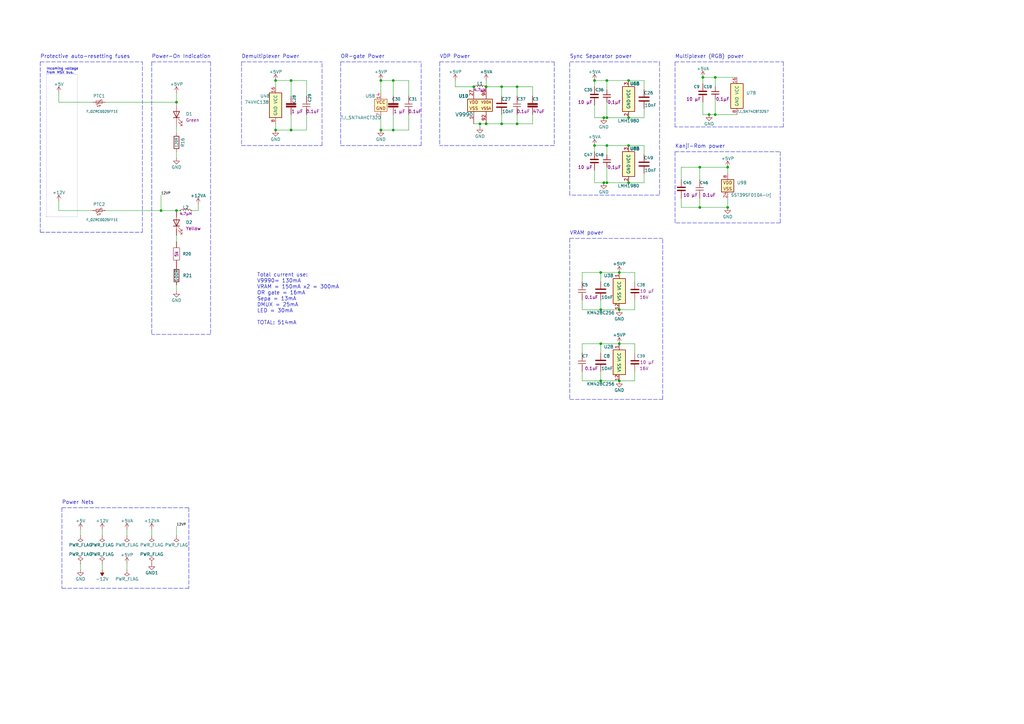
<source format=kicad_sch>
(kicad_sch (version 20211123) (generator eeschema)
  (paper "A3")
  (title_block (title "TRH9000D") (date "2022-08-04") (rev "AA") (company "The Retro Hacker") (comment 2 "Shared under CERN-OHL-S license") (comment 3 "TRH9000 - Open Source MSX Graphics Card based on the Yamaha V9990") (comment 4 "Designed  by: Cristiano Goncalves, Doomn00b, SD_Snatcher"))
  (junction (at 288.29 31.75))
  (junction (at 161.29 53.34))
  (junction (at 113.03 53.34))
  (junction (at 156.21 53.34))
  (junction (at 194.31 35.56))
  (junction (at 199.39 50.8))
  (junction (at 113.03 33.02))
  (junction (at 196.85 50.8))
  (junction (at 212.09 50.8))
  (junction (at 205.74 35.56))
  (junction (at 119.38 53.34))
  (junction (at 72.39 41.91))
  (junction (at 254 111.76))
  (junction (at 254 140.97))
  (junction (at 257.81 48.26))
  (junction (at 247.65 74.93))
  (junction (at 246.38 127))
  (junction (at 293.37 46.99))
  (junction (at 298.45 68.58))
  (junction (at 199.39 35.56))
  (junction (at 205.74 50.8))
  (junction (at 66.04 86.36))
  (junction (at 254 156.21))
  (junction (at 248.92 74.93))
  (junction (at 72.39 86.36))
  (junction (at 290.83 46.99))
  (junction (at 287.02 68.58))
  (junction (at 257.81 74.93))
  (junction (at 248.92 33.02))
  (junction (at 246.38 156.21))
  (junction (at 248.92 59.69))
  (junction (at 298.45 85.09))
  (junction (at 257.81 59.69))
  (junction (at 243.84 59.69))
  (junction (at 293.37 31.75))
  (junction (at 212.09 35.56))
  (junction (at 161.29 33.02))
  (junction (at 243.84 33.02))
  (junction (at 254 127))
  (junction (at 119.38 33.02))
  (junction (at 246.38 111.76))
  (junction (at 287.02 85.09))
  (junction (at 246.38 140.97))
  (junction (at 247.65 48.26))
  (junction (at 257.81 33.02))
  (junction (at 248.92 48.26))
  (junction (at 156.21 33.02))
  (polyline (pts (xy 16.51 95.25) (xy 58.42 95.25)))
  (wire (pts (xy 196.85 52.07) (xy 196.85 50.8)))
  (wire (pts (xy 119.38 33.02) (xy 113.03 33.02)))
  (wire (pts (xy 287.02 68.58) (xy 287.02 73.66)))
  (wire (pts (xy 81.28 83.82) (xy 81.28 86.36)))
  (wire (pts (xy 196.85 50.8) (xy 194.31 50.8)))
  (wire (pts (xy 238.76 127) (xy 246.38 127)))
  (wire (pts (xy 246.38 111.76) (xy 254 111.76)))
  (wire (pts (xy 24.13 38.1) (xy 24.13 41.91)))
  (polyline (pts (xy 99.06 59.69) (xy 132.08 59.69)))
  (wire (pts (xy 72.39 54.61) (xy 72.39 52.07)))
  (polyline (pts (xy 276.86 62.23) (xy 320.04 62.23)))
  (polyline (pts (xy 321.31 25.4) (xy 321.31 52.07)))
  (wire (pts (xy 248.92 74.93) (xy 247.65 74.93)))
  (polyline (pts (xy 233.68 25.4) (xy 270.51 25.4)))
  (wire (pts (xy 264.16 74.93) (xy 264.16 71.12)))
  (wire (pts (xy 264.16 33.02) (xy 264.16 36.83)))
  (wire (pts (xy 257.81 33.02) (xy 264.16 33.02)))
  (wire (pts (xy 248.92 74.93) (xy 257.81 74.93)))
  (wire (pts (xy 293.37 31.75) (xy 302.26 31.75)))
  (wire (pts (xy 238.76 140.97) (xy 238.76 144.78)))
  (wire (pts (xy 246.38 144.78) (xy 246.38 140.97)))
  (polyline (pts (xy 19.05 88.9) (xy 31.75 88.9)) (stroke (width 0) (type dot)))
  (wire (pts (xy 66.04 80.01) (xy 66.04 86.36)))
  (wire (pts (xy 72.39 116.84) (xy 72.39 119.38)))
  (wire (pts (xy 293.37 46.99) (xy 302.26 46.99)))
  (polyline (pts (xy 139.7 59.69) (xy 172.72 59.69)))
  (wire (pts (xy 72.39 86.36) (xy 73.66 86.36)))
  (wire (pts (xy 212.09 50.8) (xy 218.44 50.8)))
  (wire (pts (xy 257.81 74.93) (xy 264.16 74.93)))
  (wire (pts (xy 298.45 81.28) (xy 298.45 85.09)))
  (wire (pts (xy 167.64 53.34) (xy 161.29 53.34)))
  (polyline (pts (xy 19.05 30.48) (xy 31.75 30.48)) (stroke (width 0) (type dot)))
  (wire (pts (xy 288.29 46.99) (xy 290.83 46.99)))
  (wire (pts (xy 243.84 33.02) (xy 248.92 33.02)))
  (polyline (pts (xy 77.47 208.28) (xy 77.47 241.3)))
  (polyline (pts (xy 86.36 137.16) (xy 62.23 137.16)))
  (wire (pts (xy 119.38 39.37) (xy 119.38 33.02)))
  (wire (pts (xy 33.02 217.17) (xy 33.02 219.71)))
  (wire (pts (xy 156.21 33.02) (xy 156.21 38.1)))
  (wire (pts (xy 238.76 127) (xy 238.76 123.19)))
  (wire (pts (xy 246.38 156.21) (xy 254 156.21)))
  (polyline (pts (xy 227.33 25.4) (xy 227.33 59.69)))
  (wire (pts (xy 243.84 48.26) (xy 247.65 48.26)))
  (wire (pts (xy 246.38 115.57) (xy 246.38 111.76)))
  (wire (pts (xy 248.92 48.26) (xy 257.81 48.26)))
  (wire (pts (xy 279.4 85.09) (xy 287.02 85.09)))
  (polyline (pts (xy 233.68 163.83) (xy 271.78 163.83)))
  (wire (pts (xy 254 127) (xy 260.35 127)))
  (wire (pts (xy 218.44 46.99) (xy 218.44 50.8)))
  (wire (pts (xy 288.29 31.75) (xy 288.29 34.29)))
  (wire (pts (xy 212.09 39.37) (xy 212.09 35.56)))
  (wire (pts (xy 243.84 59.69) (xy 248.92 59.69)))
  (wire (pts (xy 212.09 46.99) (xy 212.09 50.8)))
  (polyline (pts (xy 16.51 25.4) (xy 16.51 95.25)))
  (wire (pts (xy 298.45 68.58) (xy 298.45 71.12)))
  (wire (pts (xy 246.38 152.4) (xy 246.38 156.21)))
  (wire (pts (xy 24.13 86.36) (xy 38.1 86.36)))
  (wire (pts (xy 161.29 33.02) (xy 161.29 39.37)))
  (wire (pts (xy 254 156.21) (xy 260.35 156.21)))
  (wire (pts (xy 38.1 41.91) (xy 24.13 41.91)))
  (wire (pts (xy 238.76 111.76) (xy 246.38 111.76)))
  (wire (pts (xy 125.73 39.37) (xy 125.73 33.02)))
  (polyline (pts (xy 132.08 59.69) (xy 132.08 25.4)))
  (wire (pts (xy 257.81 48.26) (xy 264.16 48.26)))
  (wire (pts (xy 72.39 38.1) (xy 72.39 41.91)))
  (wire (pts (xy 293.37 40.64) (xy 293.37 46.99)))
  (wire (pts (xy 212.09 35.56) (xy 218.44 35.56)))
  (wire (pts (xy 287.02 81.28) (xy 287.02 85.09)))
  (wire (pts (xy 125.73 46.99) (xy 125.73 53.34)))
  (polyline (pts (xy 321.31 52.07) (xy 276.86 52.07)))
  (polyline (pts (xy 320.04 62.23) (xy 320.04 91.44)))
  (polyline (pts (xy 58.42 95.25) (xy 58.42 25.4)))
  (polyline (pts (xy 139.7 25.4) (xy 172.72 25.4)))
  (wire (pts (xy 33.02 231.14) (xy 33.02 233.68)))
  (wire (pts (xy 246.38 123.19) (xy 246.38 127)))
  (wire (pts (xy 248.92 59.69) (xy 248.92 63.5)))
  (wire (pts (xy 205.74 46.99) (xy 205.74 50.8)))
  (wire (pts (xy 186.69 33.02) (xy 186.69 35.56)))
  (wire (pts (xy 260.35 144.78) (xy 260.35 140.97)))
  (polyline (pts (xy 227.33 59.69) (xy 180.34 59.69)))
  (polyline (pts (xy 233.68 80.01) (xy 233.68 25.4)))
  (wire (pts (xy 290.83 46.99) (xy 293.37 46.99)))
  (wire (pts (xy 167.64 39.37) (xy 167.64 33.02)))
  (wire (pts (xy 238.76 156.21) (xy 238.76 152.4)))
  (wire (pts (xy 238.76 156.21) (xy 246.38 156.21)))
  (wire (pts (xy 72.39 99.06) (xy 72.39 96.52)))
  (wire (pts (xy 260.35 115.57) (xy 260.35 111.76)))
  (wire (pts (xy 43.18 86.36) (xy 66.04 86.36)))
  (wire (pts (xy 243.84 33.02) (xy 243.84 35.56)))
  (polyline (pts (xy 62.23 25.4) (xy 62.23 137.16)))
  (wire (pts (xy 260.35 111.76) (xy 254 111.76)))
  (wire (pts (xy 279.4 81.28) (xy 279.4 85.09)))
  (polyline (pts (xy 180.34 25.4) (xy 227.33 25.4)))
  (polyline (pts (xy 271.78 163.83) (xy 271.78 97.79)))
  (wire (pts (xy 218.44 35.56) (xy 218.44 39.37)))
  (polyline (pts (xy 25.4 208.28) (xy 77.47 208.28)))
  (wire (pts (xy 72.39 62.23) (xy 72.39 64.77)))
  (wire (pts (xy 238.76 111.76) (xy 238.76 115.57)))
  (wire (pts (xy 243.84 69.85) (xy 243.84 74.93)))
  (wire (pts (xy 248.92 33.02) (xy 248.92 36.83)))
  (wire (pts (xy 257.81 59.69) (xy 264.16 59.69)))
  (wire (pts (xy 119.38 53.34) (xy 113.03 53.34)))
  (wire (pts (xy 41.91 217.17) (xy 41.91 219.71)))
  (wire (pts (xy 119.38 46.99) (xy 119.38 53.34)))
  (wire (pts (xy 248.92 48.26) (xy 247.65 48.26)))
  (polyline (pts (xy 270.51 80.01) (xy 233.68 80.01)))
  (wire (pts (xy 248.92 59.69) (xy 257.81 59.69)))
  (polyline (pts (xy 16.51 25.4) (xy 58.42 25.4)))
  (wire (pts (xy 43.18 41.91) (xy 72.39 41.91)))
  (polyline (pts (xy 320.04 91.44) (xy 276.86 91.44)))
  (wire (pts (xy 199.39 50.8) (xy 205.74 50.8)))
  (polyline (pts (xy 276.86 25.4) (xy 276.86 52.07)))
  (wire (pts (xy 288.29 31.75) (xy 293.37 31.75)))
  (wire (pts (xy 156.21 53.34) (xy 161.29 53.34)))
  (wire (pts (xy 243.84 74.93) (xy 247.65 74.93)))
  (wire (pts (xy 199.39 50.8) (xy 196.85 50.8)))
  (wire (pts (xy 52.07 217.17) (xy 52.07 219.71)))
  (polyline (pts (xy 86.36 25.4) (xy 86.36 137.16)))
  (wire (pts (xy 24.13 86.36) (xy 24.13 82.55)))
  (wire (pts (xy 113.03 33.02) (xy 113.03 35.56)))
  (wire (pts (xy 264.16 59.69) (xy 264.16 63.5)))
  (polyline (pts (xy 233.68 97.79) (xy 271.78 97.79)))
  (wire (pts (xy 260.35 140.97) (xy 254 140.97)))
  (wire (pts (xy 156.21 48.26) (xy 156.21 53.34)))
  (polyline (pts (xy 276.86 25.4) (xy 321.31 25.4)))
  (polyline (pts (xy 270.51 25.4) (xy 270.51 80.01)))
  (polyline (pts (xy 62.23 25.4) (xy 86.36 25.4)))
  (polyline (pts (xy 172.72 59.69) (xy 172.72 25.4)))
  (wire (pts (xy 205.74 39.37) (xy 205.74 35.56)))
  (wire (pts (xy 66.04 86.36) (xy 72.39 86.36)))
  (wire (pts (xy 279.4 73.66) (xy 279.4 68.58)))
  (polyline (pts (xy 19.05 30.48) (xy 19.05 88.9)) (stroke (width 0) (type dot)))
  (wire (pts (xy 243.84 59.69) (xy 243.84 62.23)))
  (polyline (pts (xy 99.06 25.4) (xy 99.06 59.69)))
  (wire (pts (xy 293.37 31.75) (xy 293.37 35.56)))
  (polyline (pts (xy 180.34 25.4) (xy 180.34 59.69)))
  (wire (pts (xy 205.74 50.8) (xy 212.09 50.8)))
  (wire (pts (xy 279.4 68.58) (xy 287.02 68.58)))
  (wire (pts (xy 167.64 33.02) (xy 161.29 33.02)))
  (wire (pts (xy 113.03 50.8) (xy 113.03 53.34)))
  (wire (pts (xy 248.92 68.58) (xy 248.92 74.93)))
  (wire (pts (xy 186.69 35.56) (xy 194.31 35.56)))
  (wire (pts (xy 62.23 217.17) (xy 62.23 219.71)))
  (wire (pts (xy 288.29 41.91) (xy 288.29 46.99)))
  (wire (pts (xy 287.02 85.09) (xy 298.45 85.09)))
  (wire (pts (xy 205.74 35.56) (xy 212.09 35.56)))
  (wire (pts (xy 41.91 231.14) (xy 41.91 233.68)))
  (wire (pts (xy 81.28 86.36) (xy 78.74 86.36)))
  (wire (pts (xy 125.73 33.02) (xy 119.38 33.02)))
  (wire (pts (xy 287.02 68.58) (xy 298.45 68.58)))
  (polyline (pts (xy 31.75 88.9) (xy 31.75 30.48)) (stroke (width 0) (type dot)))
  (polyline (pts (xy 233.68 97.79) (xy 233.68 163.83)))
  (polyline (pts (xy 25.4 208.28) (xy 25.4 241.3)))
  (polyline (pts (xy 276.86 62.23) (xy 276.86 91.44)))
  (wire (pts (xy 264.16 48.26) (xy 264.16 44.45)))
  (wire (pts (xy 248.92 41.91) (xy 248.92 48.26)))
  (wire (pts (xy 52.07 233.68) (xy 52.07 231.14)))
  (wire (pts (xy 199.39 33.02) (xy 199.39 35.56)))
  (wire (pts (xy 167.64 46.99) (xy 167.64 53.34)))
  (wire (pts (xy 125.73 53.34) (xy 119.38 53.34)))
  (wire (pts (xy 248.92 33.02) (xy 257.81 33.02)))
  (wire (pts (xy 246.38 127) (xy 254 127)))
  (wire (pts (xy 260.35 123.19) (xy 260.35 127)))
  (wire (pts (xy 238.76 140.97) (xy 246.38 140.97)))
  (wire (pts (xy 72.39 215.9) (xy 72.39 219.71)))
  (wire (pts (xy 156.21 33.02) (xy 161.29 33.02)))
  (polyline (pts (xy 99.06 25.4) (xy 132.08 25.4)))
  (wire (pts (xy 161.29 46.99) (xy 161.29 53.34)))
  (wire (pts (xy 246.38 140.97) (xy 254 140.97)))
  (wire (pts (xy 260.35 152.4) (xy 260.35 156.21)))
  (polyline (pts (xy 77.47 241.3) (xy 25.4 241.3)))
  (polyline (pts (xy 139.7 25.4) (xy 139.7 59.69)))
  (wire (pts (xy 243.84 43.18) (xy 243.84 48.26)))
  (wire (pts (xy 199.39 35.56) (xy 205.74 35.56)))
  (text "OR-gate Power" (at 139.7 24.13 0) (effects (font (size 1.524 1.524)) (justify left bottom)))
  (text "Total current use:\nV9990= 130mA\nVRAM = 150mA x2 = 300mA\nOR gate = 16mA\nSepa = 13mA\nDMUX = 25mA\nLED = 30mA\n\nTOTAL: 514mA" (at 105.41 133.35 0) (effects (font (size 1.524 1.524)) (justify left bottom)))
  (text "Sync Separator power" (at 233.68 24.13 0) (effects (font (size 1.524 1.524)) (justify left bottom)))
  (text "Power Nets" (at 25.4 207.01 0) (effects (font (size 1.524 1.524)) (justify left bottom)))
  (text "Power-On Indication" (at 62.23 24.13 0) (effects (font (size 1.524 1.524)) (justify left bottom)))
  (text "VRAM power\n" (at 233.68 96.52 0) (effects (font (size 1.524 1.524)) (justify left bottom)))
  (text "Kanji-Rom power\n" (at 276.86 60.96 0) (effects (font (size 1.524 1.524)) (justify left bottom)))
  (text "Incoming voltage \nfrom MSX bus." (at 19.05 30.48 0) (effects (font (size 1 1)) (justify left bottom)))
  (text "Multiplexer (RGB) power" (at 276.86 24.13 0) (effects (font (size 1.524 1.524)) (justify left bottom)))
  (text "Protective auto-resetting fuses" (at 16.51 24.13 0) (effects (font (size 1.524 1.524)) (justify left bottom)))
  (text "Demultiplexer Power" (at 99.06 24.13 0) (effects (font (size 1.524 1.524)) (justify left bottom)))
  (text "VDP Power" (at 180.34 24.13 0) (effects (font (size 1.524 1.524)) (justify left bottom)))
  (label "12VP" (at 66.04 80.01 0) (effects (font (size 1 1))))
  (label "12VP" (at 72.39 215.9 0) (effects (font (size 1 1))))
  (symbol (lib_id "LRJ-parts:C_CC0805JPX7R9BB104") (at 238.76 119.38 0) (unit 1)
    (property "Reference" "C5" (at 238.76 116.84 0) (effects (font (size 1.143 1.143)) (justify left)))
    (property "Value" "C_CC0805JPX7R9BB104" (effects hide))
    (property "Footprint" "Capacitor_SMD:C_0805_2012Metric" (effects hide))
    (property "Datasheet" "https://www.yageo.com/upload/media/product/productsearch/datasheet/mlcc/UPY-GPHC_X7R_6.3V-to-50V_18.pdf" (effects hide))
    (property "Manufacturer" "Yageo" (effects hide))
    (property "MPN" "CC0805JPX7R9BB104" (effects hide))
    (property "Mouser datasheet" "https://www.mouser.se/datasheet/2/427/vjcommercialseries-1764145.pdf" (effects hide))
    (property "Capacitance" "0.1uF" (at 242.57 121.92 0))
    (property "Voltage rating" "50V" (effects hide))
    (property "Temperature Coefficient " "X7R" (effects hide))
    (property "Mounting type" "SMD" (effects hide))
    (property "Status" "Active" (effects hide))
  )
  (symbol (lib_id "power:-12V") (at 41.91 233.68 180) (unit 1)
    (property "Reference" "#PWR0103" (effects hide))
    (property "Value" "-12V" (at 41.91 237.49 0))
  )
  (symbol (lib_id "LRJ-parts:C_CL21B105KBFNNNF") (at 119.38 44.45 0) (unit 1)
    (property "Reference" "C28" (at 120.65 40.64 90) (effects (font (size 1.143 1.143))))
    (property "Value" "C_CL21B105KBFNNNF" (effects hide))
    (property "Footprint" "Capacitor_SMD:C_0805_2012Metric_Pad1.18x1.45mm_HandSolder" (effects hide))
    (property "Datasheet" "http://www.samsungsem.com/kr/support/product-search/mlcc/CL21B105KBFNNNF.jsp" (effects hide))
    (property "Capacitance" "1 µF" (at 121.92 45.72 0))
    (property "MPN" "CL21B105KBFNNNF" (effects hide))
    (property "Manufacturer" "Samsung Electro-Mechanics" (effects hide))
    (property "Voltage rating" "50V" (effects hide))
  )
  (symbol (lib_id "Device:C") (at 246.38 148.59 180) (unit 1)
    (property "Reference" "C8" (at 250.19 146.05 0) (effects (justify left)))
    (property "Value" "10nF" (at 251.46 151.13 0) (effects (justify left)))
    (property "Footprint" "Capacitor_SMD:C_0805_2012Metric" (effects hide))
  )
  (symbol (lib_id "power:+5VP") (at 254 111.76 0) (unit 1)
    (property "Reference" "#PWR022" (effects hide))
    (property "Value" "+5VP" (at 254 108.204 0))
  )
  (symbol (lib_id "LRJ-parts:LMH1980") (at 257.81 67.31 0) (unit 2)
    (property "Reference" "U8" (at 260.35 60.96 0) (effects (font bold)))
    (property "Value" "LMH1980" (at 257.81 76.2 0))
    (property "Footprint" "Package_SO:VSSOP-10_3x3mm_P0.5mm" (effects hide))
    (property "Datasheet" "https://www.ti.com/general/docs/suppproductinfo.tsp?distId=10&gotoUrl=https%3A%2F%2Fwww.ti.com%2Flit%2Fgpn%2Flmh1980" (effects hide))
    (property "Manufacturer" "Texas Instruments" (effects hide))
    (property "MPN" "LMH1980MM/NOPBCT" (effects hide))
    (property "Description" " Video sync separator " (effects hide))
  )
  (symbol (lib_id "LRJ-parts:F_0ZRC0025FF1E") (at 40.64 41.91 0) (unit 1)
    (property "Reference" "PTC1" (at 40.64 39.37 0))
    (property "Value" "F_0ZRC0025FF1E" (at 41.91 45.72 0) (effects (font (size 1 1))))
    (property "Footprint" "LRJ:Fuse_BelFuse_0ZRC0025FF_L7.4mm_W3.1mm" (effects hide))
    (property "Datasheet" "https://www.belfuse.com/resources/datasheets/circuitprotection/ds-cp-0zrc-series.pdf" (effects hide))
    (property "Mouser datasheet" "https://www.mouser.se/datasheet/2/643/ds_CP_0zrc_series-1960444.pdf" (effects hide))
    (property "Manufacturer" "Bel Fuse" (effects hide))
    (property "MPN" "0ZRC0025FF1E" (effects hide))
    (property "Mouser detail page" "https://www.mouser.se/ProductDetail/Bel-Fuse/0ZRR0025FF1E?qs=sGAEpiMZZMsgjL4JkW1EEfXguERLteQwfOQPKL3HsavMQ3uXsf6NIw%3D%3D" (effects hide))
    (property "Ih" "250mA" (effects hide))
    (property "It" "500mA" (effects hide))
    (property "Ri (min)" "1,25 Ohms " (effects hide))
    (property "Time to Trip " "2.5s" (effects hide))
    (property "Operating Temperature " " -40°C to +85°C" (effects hide))
    (property "Mounting type" "THT" (effects hide))
    (property "Status" "Active" (effects hide))
    (property "Price" "0,25€" (effects hide))
    (property "Current Rating" "40A" (effects hide))
  )
  (symbol (lib_id "power:+5VA") (at 243.84 33.02 0) (unit 1)
    (property "Reference" "#PWR024" (effects hide))
    (property "Value" "+5VA" (at 243.84 29.464 0))
  )
  (symbol (lib_id "Device:C") (at 246.38 119.38 180) (unit 1)
    (property "Reference" "C6" (at 250.19 116.84 0) (effects (justify left)))
    (property "Value" "10nF" (at 251.46 121.92 0) (effects (justify left)))
    (property "Footprint" "Capacitor_SMD:C_0805_2012Metric" (effects hide))
  )
  (symbol (lib_id "power:+5VP") (at 52.07 231.14 0) (unit 1)
    (property "Reference" "#PWR012" (effects hide))
    (property "Value" "+5VP" (at 52.07 227.584 0))
  )
  (symbol (lib_id "power:GND") (at 247.65 48.26 0) (unit 1)
    (property "Reference" "#PWR018" (effects hide))
    (property "Value" "GND" (at 247.65 52.07 0))
  )
  (symbol (lib_id "power:GND1") (at 62.23 231.14 0) (unit 1)
    (property "Reference" "#PWR015" (effects hide))
    (property "Value" "GND1" (at 62.23 234.95 0))
  )
  (symbol (lib_id "LRJ-parts:C_CL10B104KB8NNNL") (at 248.92 66.04 0) (mirror y) (unit 1)
    (property "Reference" "C48" (at 247.65 63.5 0) (effects (font (size 1.143 1.143)) (justify left)))
    (property "Value" "C_CL10B104KB8NNNL" (effects hide))
    (property "Footprint" "Capacitor_SMD:C_0603_1608Metric_Pad1.08x0.95mm_HandSolder" (effects hide))
    (property "Datasheet" "http://product.samsungsem.com/mlcc/CL10B104KB8NNN.do" (effects hide))
    (property "Manufacturer" "Samsung Electro-Mechanics" (effects hide))
    (property "MPN" "CL10B104KB8NNNL" (effects hide))
    (property "Temperature Coefficient " "X7R" (effects hide))
    (property "Capacitance " " 0,1µF" (at 251.46 68.58 0))
    (property "Tolerance" " ±10% " (effects hide))
    (property "Operating Temperature " " -55°C to +125°C " (effects hide))
    (property "Package" "1608 Metric" (effects hide))
    (property "DK_Datasheet" "https://media.digikey.com/pdf/Data%20Sheets/Samsung%20PDFs/CL_Series_MLCC_ds.pdf" (effects hide))
    (property "Voltage Rating" "50V" (effects hide))
  )
  (symbol (lib_id "power:+5VA") (at 199.39 33.02 0) (unit 1)
    (property "Reference" "#PWR010" (effects hide))
    (property "Value" "+5VA" (at 199.39 29.464 0))
  )
  (symbol (lib_id "LRJ-parts:C_CL10B104KB8NNNL") (at 248.92 39.37 0) (mirror y) (unit 1)
    (property "Reference" "C36" (at 247.65 36.83 0) (effects (font (size 1.143 1.143)) (justify left)))
    (property "Value" "C_CL10B104KB8NNNL" (effects hide))
    (property "Footprint" "Capacitor_SMD:C_0603_1608Metric_Pad1.08x0.95mm_HandSolder" (effects hide))
    (property "Datasheet" "http://product.samsungsem.com/mlcc/CL10B104KB8NNN.do" (effects hide))
    (property "Manufacturer" "Samsung Electro-Mechanics" (effects hide))
    (property "MPN" "CL10B104KB8NNNL" (effects hide))
    (property "Temperature Coefficient " "X7R" (effects hide))
    (property "Capacitance " " 0,1µF" (at 251.46 41.91 0))
    (property "Tolerance" " ±10% " (effects hide))
    (property "Operating Temperature " " -55°C to +125°C " (effects hide))
    (property "Package" "1608 Metric" (effects hide))
    (property "DK_Datasheet" "https://media.digikey.com/pdf/Data%20Sheets/Samsung%20PDFs/CL_Series_MLCC_ds.pdf" (effects hide))
    (property "Voltage Rating" "50V" (effects hide))
  )
  (symbol (lib_id "power:GND") (at 156.21 53.34 0) (unit 1)
    (property "Reference" "#PWR05" (effects hide))
    (property "Value" "GND" (at 156.21 57.15 0))
  )
  (symbol (lib_id "TRH9000:74VHC138") (at 113.03 43.18 0) (unit 2)
    (property "Reference" "U4" (at 106.68 39.37 0) (effects (justify left)))
    (property "Value" "74VHC138" (at 100.33 41.91 0) (effects (justify left)))
    (property "Footprint" "Package_SO:SO-16_3.9x9.9mm_P1.27mm" (effects hide))
    (property "Datasheet" "https://media.digikey.com/pdf/Data%20Sheets/Toshiba%20PDFs/TC74VHC138F,FN,FT,FK.pdf" (effects hide))
    (property "MPN" "74VHC138FT" (effects hide))
    (property "Manufacturer" " Toshiba Semiconductor and Storage" (effects hide))
    (property "Description" "DECODER/DEMUX 3:8, x1" (effects hide))
  )
  (symbol (lib_id "power:+5VP") (at 186.69 33.02 0) (unit 1)
    (property "Reference" "#PWR020" (effects hide))
    (property "Value" "+5VP" (at 186.69 29.464 0))
  )
  (symbol (lib_id "power:+5VP") (at 72.39 38.1 0) (unit 1)
    (property "Reference" "#PWR04" (effects hide))
    (property "Value" "+5VP" (at 72.39 34.544 0))
  )
  (symbol (lib_id "LRJ-parts:SunLED_XCVG12D") (at 72.39 46.99 90) (unit 1)
    (property "Reference" "D1" (at 76.2 46.7359 90) (effects (justify right)))
    (property "Value" "SunLED_XCVG12D" (effects hide))
    (property "Footprint" "LED_THT:LED_D5.0mm" (effects hide))
    (property "Datasheet" "https://www.sunledusa.com/products/spec/XCVG12D.pdf" (effects hide))
    (property "Manufacturer" "SunLED" (effects hide))
    (property "MPN" "XCVG12D" (effects hide))
    (property "Status" "Active" (effects hide))
    (property "Colour" "Green" (at 76.2 49.2759 90) (effects (justify right)))
    (property "Wavelength - dominant" "570nM" (effects hide))
    (property "Vf" "1.9V" (effects hide))
  )
  (symbol (lib_name "C_CC0805JPX7R9BB104_3") (lib_id "LRJ-parts:C_CC0805JPX7R9BB104") (at 238.76 148.59 0) (unit 1)
    (property "Reference" "C7" (at 238.76 146.05 0) (effects (font (size 1.143 1.143)) (justify left)))
    (property "Value" "C_CC0805JPX7R9BB104" (effects hide))
    (property "Footprint" "Capacitor_SMD:C_0805_2012Metric" (effects hide))
    (property "Datasheet" "https://www.yageo.com/upload/media/product/productsearch/datasheet/mlcc/UPY-GPHC_X7R_6.3V-to-50V_18.pdf" (effects hide))
    (property "Manufacturer" "Yageo" (effects hide))
    (property "MPN" "CC0805JPX7R9BB104" (effects hide))
    (property "Mouser datasheet" "https://www.mouser.se/datasheet/2/427/vjcommercialseries-1764145.pdf" (effects hide))
    (property "Capacitance" "0.1uF" (at 242.57 151.13 0))
    (property "Voltage rating" "50V" (effects hide))
    (property "Temperature Coefficient " "X7R" (effects hide))
    (property "Mounting type" "SMD" (effects hide))
    (property "Status" "Active" (effects hide))
  )
  (symbol (lib_id "Device:C") (at 264.16 67.31 180) (unit 1)
    (property "Reference" "C49" (at 267.97 64.77 0) (effects (justify left)))
    (property "Value" "10nF" (at 269.24 69.85 0) (effects (justify left)))
    (property "Footprint" "Capacitor_SMD:C_0805_2012Metric" (effects hide))
  )
  (symbol (lib_id "power:GND") (at 196.85 52.07 0) (unit 1)
    (property "Reference" "#PWR0123" (effects hide))
    (property "Value" "GND" (at 196.85 55.88 0))
  )
  (symbol (lib_id "LRJ-parts:C_CL21B106KOQNNNE") (at 260.35 148.59 0) (mirror y) (unit 1)
    (property "Reference" "C39" (at 262.89 146.05 0) (effects (font (size 1.143 1.143))))
    (property "Value" "C_CL21B106KOQNNNE" (effects hide))
    (property "Footprint" "Capacitor_SMD:C_0805_2012Metric" (effects hide))
    (property "Datasheet" "https://media.digikey.com/pdf/Data%20Sheets/Samsung%20PDFs/CL_Series_MLCC_ds.pdf" (effects hide))
    (property "Manufacturer" "Samsung Electro-Mechanics" (effects hide))
    (property "MPN" "CL21B106KOQNNNE" (effects hide))
    (property "Capacitance" "10 µF" (at 265.43 148.59 0))
    (property "Voltage rating" "16V" (at 264.16 151.13 0))
    (property "Temperature Coefficient " "X7R" (effects hide))
    (property "Mounting type" "SMD" (effects hide))
    (property "Status" "Active" (effects hide))
    (property "Description" "CAP CER 10UF 16V X7R 0805" (effects hide))
  )
  (symbol (lib_id "power:+5VA") (at 52.07 217.17 0) (unit 1)
    (property "Reference" "#PWR01" (effects hide))
    (property "Value" "+5VA" (at 52.07 213.614 0))
  )
  (symbol (lib_id "power:+12V") (at 41.91 217.17 0) (unit 1)
    (property "Reference" "#PWR0105" (effects hide))
    (property "Value" "+12V" (at 41.91 213.614 0))
  )
  (symbol (lib_id "LRJ-parts:L_MLZ2012M4R7HT000") (at 76.2 86.36 90) (unit 1)
    (property "Reference" "L2" (at 76.2 85.09 90))
    (property "Value" "L_MLZ2012M4R7HT000" (effects hide))
    (property "Footprint" "Inductor_SMD:L_0805_2012Metric" (effects hide))
    (property "Datasheet" "https://product.tdk.com/en/system/files?file=dam/doc/product/inductor/inductor/smd/catalog/inductor_commercial_decoupling_mlz2012_en.pdf" (effects hide))
    (property "MPN" "MLZ2012M4R7HT000" (effects hide))
    (property "Manufacturer" "TDK Corporation" (effects hide))
    (property "Current Rating" "0.4A" (effects hide))
    (property "Inductance" "4.7µH" (at 76.2 87.63 90) (effects (font (size 1.1 1.1))))
  )
  (symbol (lib_id "TRH9000:T.I_SN74CBT3257") (at 302.26 39.37 0) (unit 2)
    (property "Reference" "U7" (at 306.07 38.0999 0) (effects (justify left)))
    (property "Value" "T.I_SN74CBT3257" (at 302.26 45.72 0) (effects (font (size 1 1)) (justify left)))
    (property "Footprint" "trh9000:Texas_R-PDSO-G16_3.9x9.9mm" (effects hide))
    (property "Datasheet" "https://www.ti.com/lit/ds/scds017m/scds017m.pdf" (effects hide))
    (property "MPN" "SN74CBT3257DR" (effects hide))
    (property "Manufacturer" "Texas Instruments" (effects hide))
    (property "Description" "IC MUX/DEMUX 4 X 2:1 16SOIC" (effects hide))
  )
  (symbol (lib_id "LRJ-parts:R_RT0603BRE075KL") (at 72.39 104.14 90) (unit 1)
    (property "Reference" "R20" (at 74.93 104.14 90) (effects (font (size 1.143 1.143)) (justify right)))
    (property "Value" "R_RT0603BRE075KL" (effects hide))
    (property "Footprint" "Resistor_SMD:R_0603_1608Metric_Pad0.98x0.95mm_HandSolder" (effects hide))
    (property "Datasheet" "https://www.yageo.com/upload/media/product/productsearch/datasheet/rchip/PYu-RT_1-to-0.01_RoHS_L_12.pdf" (effects hide))
    (property "MPN" "MFR-25FBF52-10K" (effects hide))
    (property "Manufacturer" "Yageo" (effects hide))
    (property "Resistance" "5k" (at 72.39 104.14 0))
    (property "Tolerance" " ±0.1%" (effects hide))
    (property "Voltage rating" "75V" (effects hide))
    (property "Power" "0.1W" (effects hide))
    (property "Status" "Active" (effects hide))
    (property "Price" "€0,31" (effects hide))
    (property "Type" "SMD" (effects hide))
  )
  (symbol (lib_id "power:GND") (at 33.02 233.68 0) (unit 1)
    (property "Reference" "#PWR0104" (effects hide))
    (property "Value" "GND" (at 33.02 237.49 0))
  )
  (symbol (lib_id "power:+5VP") (at 254 140.97 0) (unit 1)
    (property "Reference" "#PWR025" (effects hide))
    (property "Value" "+5VP" (at 254 137.414 0))
  )
  (symbol (lib_id "power:GND") (at 247.65 74.93 0) (unit 1)
    (property "Reference" "#PWR040" (effects hide))
    (property "Value" "GND" (at 247.65 78.74 0))
  )
  (symbol (lib_id "LRJ-parts:C_CL21B106KOQNNNE") (at 260.35 119.38 0) (mirror y) (unit 1)
    (property "Reference" "C38" (at 262.89 116.84 0) (effects (font (size 1.143 1.143))))
    (property "Value" "C_CL21B106KOQNNNE" (effects hide))
    (property "Footprint" "Capacitor_SMD:C_0805_2012Metric" (effects hide))
    (property "Datasheet" "https://media.digikey.com/pdf/Data%20Sheets/Samsung%20PDFs/CL_Series_MLCC_ds.pdf" (effects hide))
    (property "Manufacturer" "Samsung Electro-Mechanics" (effects hide))
    (property "MPN" "CL21B106KOQNNNE" (effects hide))
    (property "Capacitance" "10 µF" (at 265.43 119.38 0))
    (property "Voltage rating" "16V" (at 264.16 121.92 0))
    (property "Temperature Coefficient " "X7R" (effects hide))
    (property "Mounting type" "SMD" (effects hide))
    (property "Status" "Active" (effects hide))
    (property "Description" "CAP CER 10UF 16V X7R 0805" (effects hide))
  )
  (symbol (lib_name "C_CC0805JPX7R9BB104_4") (lib_id "LRJ-parts:C_CC0805JPX7R9BB104") (at 212.09 43.18 0) (unit 1)
    (property "Reference" "C37" (at 212.09 40.64 0) (effects (font (size 1.143 1.143)) (justify left)))
    (property "Value" "C_CC0805JPX7R9BB104" (effects hide))
    (property "Footprint" "Capacitor_SMD:C_0805_2012Metric" (effects hide))
    (property "Datasheet" "https://www.yageo.com/upload/media/product/productsearch/datasheet/mlcc/UPY-GPHC_X7R_6.3V-to-50V_18.pdf" (effects hide))
    (property "Manufacturer" "Yageo" (effects hide))
    (property "MPN" "CC0805JPX7R9BB104" (effects hide))
    (property "Mouser datasheet" "https://www.mouser.se/datasheet/2/427/vjcommercialseries-1764145.pdf" (effects hide))
    (property "Capacitance" "0.1uF" (at 214.63 45.72 0))
    (property "Voltage rating" "50V" (effects hide))
    (property "Temperature Coefficient " "X7R" (effects hide))
    (property "Mounting type" "SMD" (effects hide))
    (property "Status" "Active" (effects hide))
  )
  (symbol (lib_id "TRH9000:V9990") (at 196.85 43.18 0) (unit 4)
    (property "Reference" "U1" (at 187.96 39.37 0) (effects (font bold) (justify left)))
    (property "Value" "V9990" (at 186.69 46.99 0) (effects (font (size 1.524 1.524)) (justify left)))
    (property "Footprint" "trh9000:LQFP-128_28x28mm_P0.8mm" (effects hide))
    (property "Datasheet" "https://www.msx.org/wiki/Yamaha_V9990" (effects hide))
    (property "Manufacturer" "Yamaha" (effects hide))
    (property "MPN" "V9990" (effects hide))
    (property "Description" "Video Display Processor (VDP)" (effects hide))
    (property "Status" "OBSOLETE" (effects hide))
  )
  (symbol (lib_id "power:GND") (at 298.45 85.09 0) (unit 1)
    (property "Reference" "#PWR037" (effects hide))
    (property "Value" "GND" (at 298.45 88.9 0))
  )
  (symbol (lib_id "power:PWR_FLAG") (at 33.02 219.71 180) (unit 1)
    (property "Reference" "#FLG0103" (effects hide))
    (property "Value" "PWR_FLAG" (at 33.02 223.52 0))
  )
  (symbol (lib_id "power:GND") (at 113.03 53.34 0) (unit 1)
    (property "Reference" "#PWR0134" (effects hide))
    (property "Value" "GND" (at 113.03 57.15 0))
  )
  (symbol (lib_id "power:PWR_FLAG") (at 41.91 231.14 0) (unit 1)
    (property "Reference" "#FLG0102" (effects hide))
    (property "Value" "PWR_FLAG" (at 41.91 227.33 0))
  )
  (symbol (lib_id "LRJ-parts:C_CL21B106KOQNNNE") (at 279.4 77.47 0) (mirror y) (unit 1)
    (property "Reference" "C45" (at 281.94 74.93 0) (effects (font (size 1.143 1.143))))
    (property "Value" "C_CL21B106KOQNNNE" (effects hide))
    (property "Footprint" "Capacitor_SMD:C_0805_2012Metric" (effects hide))
    (property "Datasheet" "https://media.digikey.com/pdf/Data%20Sheets/Samsung%20PDFs/CL_Series_MLCC_ds.pdf" (effects hide))
    (property "Manufacturer" "Samsung Electro-Mechanics" (effects hide))
    (property "MPN" "CL21B106KOQNNNE" (effects hide))
    (property "Capacitance" "10 µF" (at 283.21 80.01 0))
    (property "Voltage rating" "16V" (effects hide))
    (property "Temperature Coefficient " "X7R" (effects hide))
    (property "Mounting type" "SMD" (effects hide))
    (property "Status" "Active" (effects hide))
    (property "Description" "CAP CER 10UF 16V X7R 0805" (effects hide))
  )
  (symbol (lib_id "power:+5VP") (at 156.21 33.02 0) (unit 1)
    (property "Reference" "#PWR019" (effects hide))
    (property "Value" "+5VP" (at 156.21 29.464 0))
  )
  (symbol (lib_id "LRJ-parts:C_CL21B106KOQNNNE") (at 243.84 66.04 0) (unit 1)
    (property "Reference" "C47" (at 241.3 63.5 0) (effects (font (size 1.143 1.143))))
    (property "Value" "C_CL21B106KOQNNNE" (effects hide))
    (property "Footprint" "Capacitor_SMD:C_0805_2012Metric" (effects hide))
    (property "Datasheet" "https://media.digikey.com/pdf/Data%20Sheets/Samsung%20PDFs/CL_Series_MLCC_ds.pdf" (effects hide))
    (property "Manufacturer" "Samsung Electro-Mechanics" (effects hide))
    (property "MPN" "CL21B106KOQNNNE" (effects hide))
    (property "Capacitance" "10 µF" (at 240.03 68.58 0))
    (property "Voltage rating" "16V" (effects hide))
    (property "Temperature Coefficient " "X7R" (effects hide))
    (property "Mounting type" "SMD" (effects hide))
    (property "Status" "Active" (effects hide))
    (property "Description" "CAP CER 10UF 16V X7R 0805" (effects hide))
  )
  (symbol (lib_id "Device:R") (at 72.39 113.03 0) (unit 1)
    (property "Reference" "R21" (at 74.93 113.03 0) (effects (justify left)))
    (property "Value" "100R" (at 72.39 115.57 90) (effects (justify left)))
    (property "Footprint" "Resistor_SMD:R_0805_2012Metric" (effects hide))
  )
  (symbol (lib_id "LRJ-parts:C_GRM21BR61A476ME15K") (at 218.44 43.18 0) (unit 1)
    (property "Reference" "C3" (at 218.44 40.64 0) (effects (font (size 1.143 1.143)) (justify left)))
    (property "Value" "C_GRM21BR61A476ME15K" (effects hide))
    (property "Footprint" "Capacitor_SMD:C_0805_2012Metric" (effects hide))
    (property "Datasheet" "https://www.murata.com/-/media/webrenewal/support/library/catalog/products/capacitor/ceramiccapacitor/c02e.ashx?la=en-us&cvid=20210120024548000000" (effects hide))
    (property "Manufacturer" "Murata Electronics " (effects hide))
    (property "MPN" "GRM21BR61A476ME15K" (effects hide))
    (property "Temperature Coefficient" "X5R" (effects hide))
    (property "Voltage rating" "10V" (effects hide))
    (property "Tolerance" "±20%" (effects hide))
    (property "Capacitance" "47uF" (at 220.98 45.72 0))
  )
  (symbol (lib_id "power:+5VP") (at 113.03 33.02 0) (unit 1)
    (property "Reference" "#PWR017" (effects hide))
    (property "Value" "+5VP" (at 113.03 29.464 0))
  )
  (symbol (lib_id "power:+5VA") (at 243.84 59.69 0) (unit 1)
    (property "Reference" "#PWR039" (effects hide))
    (property "Value" "+5VA" (at 243.84 56.134 0))
  )
  (symbol (lib_id "TRH9000:KM428C256") (at 254 119.38 0) (unit 2)
    (property "Reference" "U3" (at 247.65 113.03 0) (effects (justify left)))
    (property "Value" "KM428C256" (at 246.38 128.27 0))
    (property "Footprint" "trh9000:SOJ-40_400mil" (effects hide))
    (property "Datasheet" "https://pdf1.alldatasheet.com/datasheet-pdf/view/129863/SAMSUNG/KM428C256.html" (effects hide))
    (property "Status" "OBSOLETE" (effects hide))
    (property "Manufacturer" "Samsung Electronics Inc." (effects hide))
  )
  (symbol (lib_id "LRJ-parts:L_MLZ2012M4R7HT000") (at 196.85 35.56 90) (unit 1)
    (property "Reference" "L1" (at 196.85 34.29 90))
    (property "Value" "L_MLZ2012M4R7HT000" (effects hide))
    (property "Footprint" "Inductor_SMD:L_0805_2012Metric" (effects hide))
    (property "Datasheet" "https://product.tdk.com/en/system/files?file=dam/doc/product/inductor/inductor/smd/catalog/inductor_commercial_decoupling_mlz2012_en.pdf" (effects hide))
    (property "MPN" "MLZ2012M4R7HT000" (effects hide))
    (property "Manufacturer" "TDK Corporation" (effects hide))
    (property "Current Rating" "0.4A" (effects hide))
    (property "Inductance" "4.7µH" (at 196.85 36.83 90) (effects (font (size 1.1 1.1))))
  )
  (symbol (lib_id "LRJ-parts:LO_LED_LTL2R3K") (at 72.39 91.44 90) (unit 1)
    (property "Reference" "D2" (at 76.2 91.1859 90) (effects (justify right)))
    (property "Value" "LO_LED_LTL2R3K" (effects hide))
    (property "Footprint" "LED_THT:LED_D5.0mm" (effects hide))
    (property "Datasheet" "https://media.digikey.com/pdf/Data%20Sheets/Lite-On%20PDFs/LTL2R3KYD-EM.pdf" (effects hide))
    (property "Manufacturer" "Lite-On Inc." (effects hide))
    (property "MPN" "LTL2R3KYD-EM" (effects hide))
    (property "Status" "Active" (effects hide))
    (property "Colour" "Yellow" (at 76.2 93.7259 90) (effects (justify right)))
    (property "Wavelength - dominant" "588nM" (effects hide))
    (property "Vf" "1.8V" (effects hide))
  )
  (symbol (lib_id "power:PWR_FLAG") (at 33.02 231.14 0) (unit 1)
    (property "Reference" "#FLG0101" (effects hide))
    (property "Value" "PWR_FLAG" (at 33.02 227.33 0))
  )
  (symbol (lib_id "Device:C") (at 205.74 43.18 180) (unit 1)
    (property "Reference" "C27" (at 209.55 40.64 0) (effects (justify left)))
    (property "Value" "10nF" (at 210.82 45.72 0) (effects (justify left)))
    (property "Footprint" "Capacitor_SMD:C_0805_2012Metric" (effects hide))
  )
  (symbol (lib_id "LRJ-parts:C_CL21B106KOQNNNE") (at 288.29 38.1 0) (unit 1)
    (property "Reference" "C9" (at 285.75 35.56 0) (effects (font (size 1.143 1.143))))
    (property "Value" "C_CL21B106KOQNNNE" (effects hide))
    (property "Footprint" "Capacitor_SMD:C_0805_2012Metric" (effects hide))
    (property "Datasheet" "https://media.digikey.com/pdf/Data%20Sheets/Samsung%20PDFs/CL_Series_MLCC_ds.pdf" (effects hide))
    (property "Manufacturer" "Samsung Electro-Mechanics" (effects hide))
    (property "MPN" "CL21B106KOQNNNE" (effects hide))
    (property "Capacitance" "10 µF" (at 284.48 40.64 0))
    (property "Voltage rating" "16V" (effects hide))
    (property "Temperature Coefficient " "X7R" (effects hide))
    (property "Mounting type" "SMD" (effects hide))
    (property "Status" "Active" (effects hide))
    (property "Description" "CAP CER 10UF 16V X7R 0805" (effects hide))
  )
  (symbol (lib_id "power:GND") (at 290.83 46.99 0) (unit 1)
    (property "Reference" "#PWR033" (effects hide))
    (property "Value" "GND" (at 290.83 50.8 0))
  )
  (symbol (lib_id "TRH9000:KM428C256") (at 254 148.59 0) (unit 2)
    (property "Reference" "U2" (at 247.65 142.24 0) (effects (justify left)))
    (property "Value" "KM428C256" (at 246.38 157.48 0))
    (property "Footprint" "trh9000:SOJ-40_400mil" (effects hide))
    (property "Datasheet" "https://pdf1.alldatasheet.com/datasheet-pdf/view/129863/SAMSUNG/KM428C256.html" (effects hide))
    (property "Status" "OBSOLETE" (effects hide))
    (property "Manufacturer" "Samsung Electronics Inc." (effects hide))
  )
  (symbol (lib_id "power:+5VP") (at 298.45 68.58 0) (unit 1)
    (property "Reference" "#PWR036" (effects hide))
    (property "Value" "+5VP" (at 298.45 65.024 0))
  )
  (symbol (lib_id "power:PWR_FLAG") (at 62.23 231.14 0) (unit 1)
    (property "Reference" "#FLG03" (effects hide))
    (property "Value" "PWR_FLAG" (at 62.23 227.33 0))
  )
  (symbol (lib_name "C_CC0805JPX7R9BB104_2") (lib_id "LRJ-parts:C_CC0805JPX7R9BB104") (at 125.73 43.18 0) (unit 1)
    (property "Reference" "C29" (at 127 41.91 90) (effects (font (size 1.143 1.143)) (justify left)))
    (property "Value" "C_CC0805JPX7R9BB104" (effects hide))
    (property "Footprint" "Capacitor_SMD:C_0805_2012Metric" (effects hide))
    (property "Datasheet" "https://www.yageo.com/upload/media/product/productsearch/datasheet/mlcc/UPY-GPHC_X7R_6.3V-to-50V_18.pdf" (effects hide))
    (property "Manufacturer" "Yageo" (effects hide))
    (property "MPN" "CC0805JPX7R9BB104" (effects hide))
    (property "Mouser datasheet" "https://www.mouser.se/datasheet/2/427/vjcommercialseries-1764145.pdf" (effects hide))
    (property "Capacitance" "0.1uF" (at 128.27 45.72 0))
    (property "Voltage rating" "50V" (effects hide))
    (property "Temperature Coefficient " "X7R" (effects hide))
    (property "Mounting type" "SMD" (effects hide))
    (property "Status" "Active" (effects hide))
  )
  (symbol (lib_id "power:+5VA") (at 288.29 31.75 0) (unit 1)
    (property "Reference" "#PWR032" (effects hide))
    (property "Value" "+5VA" (at 288.29 28.194 0))
  )
  (symbol (lib_id "power:GND") (at 254 156.21 0) (unit 1)
    (property "Reference" "#PWR013" (effects hide))
    (property "Value" "GND" (at 254 160.02 0))
  )
  (symbol (lib_id "LRJ-parts:C_CL21B105KBFNNNF") (at 161.29 44.45 0) (unit 1)
    (property "Reference" "C30" (at 162.56 40.64 0) (effects (font (size 1.143 1.143))))
    (property "Value" "C_CL21B105KBFNNNF" (effects hide))
    (property "Footprint" "Capacitor_SMD:C_0805_2012Metric_Pad1.18x1.45mm_HandSolder" (effects hide))
    (property "Datasheet" "http://www.samsungsem.com/kr/support/product-search/mlcc/CL21B105KBFNNNF.jsp" (effects hide))
    (property "Capacitance" "1 µF" (at 163.83 45.72 0))
    (property "MPN" "CL21B105KBFNNNF" (effects hide))
    (property "Manufacturer" "Samsung Electro-Mechanics" (effects hide))
    (property "Voltage rating" "50V" (effects hide))
  )
  (symbol (lib_id "power:+12V") (at 24.13 82.55 0) (unit 1)
    (property "Reference" "#PWR08" (effects hide))
    (property "Value" "+12V" (at 24.13 78.994 0))
  )
  (symbol (lib_id "LRJ-parts:C_CL10B104KB8NNNL") (at 293.37 38.1 0) (mirror y) (unit 1)
    (property "Reference" "C18" (at 292.1 35.56 0) (effects (font (size 1.143 1.143)) (justify left)))
    (property "Value" "C_CL10B104KB8NNNL" (effects hide))
    (property "Footprint" "Capacitor_SMD:C_0603_1608Metric_Pad1.08x0.95mm_HandSolder" (effects hide))
    (property "Datasheet" "http://product.samsungsem.com/mlcc/CL10B104KB8NNN.do" (effects hide))
    (property "Manufacturer" "Samsung Electro-Mechanics" (effects hide))
    (property "MPN" "CL10B104KB8NNNL" (effects hide))
    (property "Temperature Coefficient " "X7R" (effects hide))
    (property "Capacitance " " 0,1µF" (at 295.91 40.64 0))
    (property "Tolerance" " ±10% " (effects hide))
    (property "Operating Temperature " " -55°C to +125°C " (effects hide))
    (property "Package" "1608 Metric" (effects hide))
    (property "DK_Datasheet" "https://media.digikey.com/pdf/Data%20Sheets/Samsung%20PDFs/CL_Series_MLCC_ds.pdf" (effects hide))
    (property "Voltage Rating" "50V" (effects hide))
  )
  (symbol (lib_id "power:+5V") (at 24.13 38.1 0) (unit 1)
    (property "Reference" "#PWR0101" (effects hide))
    (property "Value" "+5V" (at 24.13 34.544 0))
  )
  (symbol (lib_id "Device:R") (at 72.39 58.42 0) (mirror y) (unit 1)
    (property "Reference" "R16" (at 74.93 58.42 90))
    (property "Value" "120R" (at 72.39 58.42 90) (effects (font (size 1 1))))
    (property "Footprint" "Resistor_SMD:R_0603_1608Metric" (effects hide))
  )
  (symbol (lib_name "C_CC0805JPX7R9BB104_1") (lib_id "LRJ-parts:C_CC0805JPX7R9BB104") (at 167.64 43.18 0) (unit 1)
    (property "Reference" "C31" (at 167.64 40.64 0) (effects (font (size 1.143 1.143)) (justify left)))
    (property "Value" "C_CC0805JPX7R9BB104" (effects hide))
    (property "Footprint" "Capacitor_SMD:C_0805_2012Metric" (effects hide))
    (property "Datasheet" "https://www.yageo.com/upload/media/product/productsearch/datasheet/mlcc/UPY-GPHC_X7R_6.3V-to-50V_18.pdf" (effects hide))
    (property "Manufacturer" "Yageo" (effects hide))
    (property "MPN" "CC0805JPX7R9BB104" (effects hide))
    (property "Mouser datasheet" "https://www.mouser.se/datasheet/2/427/vjcommercialseries-1764145.pdf" (effects hide))
    (property "Capacitance" "0.1uF" (at 170.18 45.72 0))
    (property "Voltage rating" "50V" (effects hide))
    (property "Temperature Coefficient " "X7R" (effects hide))
    (property "Mounting type" "SMD" (effects hide))
    (property "Status" "Active" (effects hide))
  )
  (symbol (lib_id "Device:C") (at 264.16 40.64 180) (unit 1)
    (property "Reference" "C26" (at 267.97 38.1 0) (effects (justify left)))
    (property "Value" "10nF" (at 269.24 43.18 0) (effects (justify left)))
    (property "Footprint" "Capacitor_SMD:C_0805_2012Metric" (effects hide))
  )
  (symbol (lib_id "power:GND") (at 72.39 64.77 0) (unit 1)
    (property "Reference" "#PWR011" (effects hide))
    (property "Value" "GND" (at 72.39 68.58 0))
  )
  (symbol (lib_id "power:+5V") (at 33.02 217.17 0) (unit 1)
    (property "Reference" "#PWR0106" (effects hide))
    (property "Value" "+5V" (at 33.02 213.614 0))
  )
  (symbol (lib_id "power:PWR_FLAG") (at 52.07 219.71 180) (unit 1)
    (property "Reference" "#FLG01" (effects hide))
    (property "Value" "PWR_FLAG" (at 52.07 223.52 0))
  )
  (symbol (lib_id "power:PWR_FLAG") (at 72.39 219.71 180) (unit 1)
    (property "Reference" "#FLG0105" (effects hide))
    (property "Value" "PWR_FLAG" (at 72.39 223.52 0))
  )
  (symbol (lib_id "LRJ-parts:C_CL21B106KOQNNNE") (at 243.84 39.37 0) (unit 1)
    (property "Reference" "C35" (at 241.3 36.83 0) (effects (font (size 1.143 1.143))))
    (property "Value" "C_CL21B106KOQNNNE" (effects hide))
    (property "Footprint" "Capacitor_SMD:C_0805_2012Metric" (effects hide))
    (property "Datasheet" "https://media.digikey.com/pdf/Data%20Sheets/Samsung%20PDFs/CL_Series_MLCC_ds.pdf" (effects hide))
    (property "Manufacturer" "Samsung Electro-Mechanics" (effects hide))
    (property "MPN" "CL21B106KOQNNNE" (effects hide))
    (property "Capacitance" "10 µF" (at 240.03 41.91 0))
    (property "Voltage rating" "16V" (effects hide))
    (property "Temperature Coefficient " "X7R" (effects hide))
    (property "Mounting type" "SMD" (effects hide))
    (property "Status" "Active" (effects hide))
    (property "Description" "CAP CER 10UF 16V X7R 0805" (effects hide))
  )
  (symbol (lib_id "power:PWR_FLAG") (at 52.07 233.68 180) (unit 1)
    (property "Reference" "#FLG09" (effects hide))
    (property "Value" "PWR_FLAG" (at 52.07 237.49 0))
  )
  (symbol (lib_name "SST39SF010A-lrj_1") (lib_id "LRJ-parts:SST39SF010A-lrj") (at 298.45 76.2 0) (unit 2)
    (property "Reference" "U9" (at 302.26 74.9299 0) (effects (justify left)))
    (property "Value" "SST39SF010A-lrj" (at 299.72 80.01 0) (effects (justify left)))
    (property "Footprint" "Package_SO:TSOP-I-32_12.4x8mm_P0.5mm" (effects hide))
    (property "Datasheet" "https://ww1.microchip.com/downloads/en/DeviceDoc/20005022C.pdf" (effects hide))
    (property "Status" "Active" (effects hide))
    (property "Voltage Rating" "5V" (effects hide))
    (property "MPN" "SST39SF010A-70-4C-WHE" (effects hide))
    (property "Manufacturer" "Microchip Technology" (effects hide))
    (property "Description" "IC FLASH 128 KB PARALLEL 32TSOP" (effects hide))
  )
  (symbol (lib_id "LRJ-parts:LMH1980") (at 257.81 40.64 0) (unit 2)
    (property "Reference" "U6" (at 260.35 34.29 0) (effects (font bold)))
    (property "Value" "LMH1980" (at 257.81 49.53 0))
    (property "Footprint" "Package_SO:VSSOP-10_3x3mm_P0.5mm" (effects hide))
    (property "Datasheet" "https://www.ti.com/general/docs/suppproductinfo.tsp?distId=10&gotoUrl=https%3A%2F%2Fwww.ti.com%2Flit%2Fgpn%2Flmh1980" (effects hide))
    (property "Manufacturer" "Texas Instruments" (effects hide))
    (property "MPN" "LMH1980MM/NOPBCT" (effects hide))
    (property "Description" " Video sync separator " (effects hide))
  )
  (symbol (lib_id "power:PWR_FLAG") (at 41.91 219.71 180) (unit 1)
    (property "Reference" "#FLG0104" (effects hide))
    (property "Value" "PWR_FLAG" (at 41.91 223.52 0))
  )
  (symbol (lib_id "power:+12VA") (at 81.28 83.82 0) (unit 1)
    (property "Reference" "#PWR09" (effects hide))
    (property "Value" "+12VA" (at 81.28 80.264 0))
  )
  (symbol (lib_id "power:GND") (at 72.39 119.38 0) (unit 1)
    (property "Reference" "#PWR0102" (effects hide))
    (property "Value" "GND" (at 72.39 123.19 0))
  )
  (symbol (lib_id "TRH9000:T.I_SN74AHCT32D") (at 156.21 43.18 0) (unit 2)
    (property "Reference" "U5" (at 149.86 39.37 0) (effects (justify left)))
    (property "Value" "T.I_SN74AHCT32D" (at 139.7 48.26 0) (effects (justify left)))
    (property "Footprint" "trh9000:Texas_R-PDSO-G14_3.6x4.4mm" (effects hide))
    (property "Datasheet" "https://www.ti.com/general/docs/suppproductinfo.tsp?distId=10&gotoUrl=https%3A%2F%2Fwww.ti.com%2Flit%2Fgpn%2Fsn74ahct32" (effects hide))
    (property "MPN" "SN74AHCT32DGVR" (effects hide))
    (property "DK_Detail_Page" "https://www.digikey.se/en/products/detail/texas-instruments/SN74AHCT32DGVR/376444" (effects hide))
    (property "Description" "OR Gate, 4 Channel, 14-TVSOP, 7.9nS" (effects hide))
    (property "Manufacturer" "Texas Instruments" (effects hide))
    (property "Status" "Active" (effects hide))
  )
  (symbol (lib_id "LRJ-parts:C_CC0805JPX7R9BB104") (at 287.02 77.47 0) (unit 1)
    (property "Reference" "C46" (at 287.02 74.93 0) (effects (font (size 1.143 1.143)) (justify left)))
    (property "Value" "C_CC0805JPX7R9BB104" (effects hide))
    (property "Footprint" "Capacitor_SMD:C_0805_2012Metric" (effects hide))
    (property "Datasheet" "https://www.yageo.com/upload/media/product/productsearch/datasheet/mlcc/UPY-GPHC_X7R_6.3V-to-50V_18.pdf" (effects hide))
    (property "Manufacturer" "Yageo" (effects hide))
    (property "MPN" "CC0805JPX7R9BB104" (effects hide))
    (property "Mouser datasheet" "https://www.mouser.se/datasheet/2/427/vjcommercialseries-1764145.pdf" (effects hide))
    (property "Capacitance" "0.1uF" (at 290.83 80.01 0))
    (property "Voltage rating" "50V" (effects hide))
    (property "Temperature Coefficient " "X7R" (effects hide))
    (property "Mounting type" "SMD" (effects hide))
    (property "Status" "Active" (effects hide))
  )
  (symbol (lib_id "power:PWR_FLAG") (at 62.23 219.71 180) (unit 1)
    (property "Reference" "#FLG08" (effects hide))
    (property "Value" "PWR_FLAG" (at 62.23 223.52 0))
  )
  (symbol (lib_id "power:+12VA") (at 62.23 217.17 0) (unit 1)
    (property "Reference" "#PWR014" (effects hide))
    (property "Value" "+12VA" (at 62.23 213.614 0))
  )
  (symbol (lib_id "power:GND") (at 254 127 0) (unit 1)
    (property "Reference" "#PWR0117" (effects hide))
    (property "Value" "GND" (at 254 130.81 0))
  )
  (symbol (lib_name "F_0ZRC0025FF1E_1") (lib_id "LRJ-parts:F_0ZRC0025FF1E") (at 40.64 86.36 0) (unit 1)
    (property "Reference" "PTC2" (at 40.64 83.82 0))
    (property "Value" "F_0ZRC0025FF1E" (at 41.91 90.17 0) (effects (font (size 1 1))))
    (property "Footprint" "LRJ:Fuse_BelFuse_0ZRC0025FF_L7.4mm_W3.1mm" (effects hide))
    (property "Datasheet" "https://www.belfuse.com/resources/datasheets/circuitprotection/ds-cp-0zrc-series.pdf" (effects hide))
    (property "Mouser datasheet" "https://www.mouser.se/datasheet/2/643/ds_CP_0zrc_series-1960444.pdf" (effects hide))
    (property "Manufacturer" "Bel Fuse" (effects hide))
    (property "MPN" "0ZRC0025FF1E" (effects hide))
    (property "Mouser detail page" "https://www.mouser.se/ProductDetail/Bel-Fuse/0ZRR0025FF1E?qs=sGAEpiMZZMsgjL4JkW1EEfXguERLteQwfOQPKL3HsavMQ3uXsf6NIw%3D%3D" (effects hide))
    (property "Ih" "250mA" (effects hide))
    (property "It" "500mA" (effects hide))
    (property "Ri (min)" "1,25 Ohms " (effects hide))
    (property "Time to Trip " "2.5s" (effects hide))
    (property "Operating Temperature " " -40°C to +85°C" (effects hide))
    (property "Mounting type" "THT" (effects hide))
    (property "Status" "Active" (effects hide))
    (property "Price" "0,25€" (effects hide))
    (property "Current Rating" "40A" (effects hide))
  )
)
</source>
